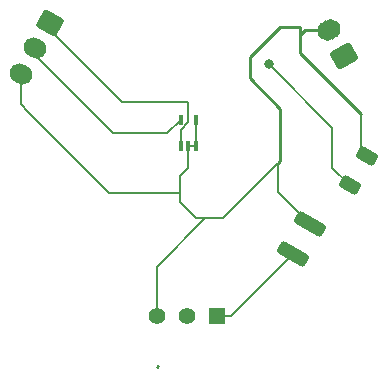
<source format=gbr>
%TF.GenerationSoftware,KiCad,Pcbnew,(6.0.8-1)-1*%
%TF.CreationDate,2022-11-30T21:43:59-05:00*%
%TF.ProjectId,Untitled,556e7469-746c-4656-942e-6b696361645f,rev?*%
%TF.SameCoordinates,Original*%
%TF.FileFunction,Copper,L2,Bot*%
%TF.FilePolarity,Positive*%
%FSLAX46Y46*%
G04 Gerber Fmt 4.6, Leading zero omitted, Abs format (unit mm)*
G04 Created by KiCad (PCBNEW (6.0.8-1)-1) date 2022-11-30 21:43:59*
%MOMM*%
%LPD*%
G01*
G04 APERTURE LIST*
G04 Aperture macros list*
%AMRoundRect*
0 Rectangle with rounded corners*
0 $1 Rounding radius*
0 $2 $3 $4 $5 $6 $7 $8 $9 X,Y pos of 4 corners*
0 Add a 4 corners polygon primitive as box body*
4,1,4,$2,$3,$4,$5,$6,$7,$8,$9,$2,$3,0*
0 Add four circle primitives for the rounded corners*
1,1,$1+$1,$2,$3*
1,1,$1+$1,$4,$5*
1,1,$1+$1,$6,$7*
1,1,$1+$1,$8,$9*
0 Add four rect primitives between the rounded corners*
20,1,$1+$1,$2,$3,$4,$5,0*
20,1,$1+$1,$4,$5,$6,$7,0*
20,1,$1+$1,$6,$7,$8,$9,0*
20,1,$1+$1,$8,$9,$2,$3,0*%
%AMHorizOval*
0 Thick line with rounded ends*
0 $1 width*
0 $2 $3 position (X,Y) of the first rounded end (center of the circle)*
0 $4 $5 position (X,Y) of the second rounded end (center of the circle)*
0 Add line between two ends*
20,1,$1,$2,$3,$4,$5,0*
0 Add two circle primitives to create the rounded ends*
1,1,$1,$2,$3*
1,1,$1,$4,$5*%
G04 Aperture macros list end*
%TA.AperFunction,SMDPad,CuDef*%
%ADD10RoundRect,0.087500X0.087500X0.337500X-0.087500X0.337500X-0.087500X-0.337500X0.087500X-0.337500X0*%
%TD*%
%TA.AperFunction,ComponentPad*%
%ADD11RoundRect,0.250000X-0.327868X0.882115X-0.927868X-0.157115X0.327868X-0.882115X0.927868X0.157115X0*%
%TD*%
%TA.AperFunction,ComponentPad*%
%ADD12HorizOval,1.700000X-0.108253X0.062500X0.108253X-0.062500X0*%
%TD*%
%TA.AperFunction,ComponentPad*%
%ADD13R,1.397000X1.397000*%
%TD*%
%TA.AperFunction,ComponentPad*%
%ADD14C,1.397000*%
%TD*%
%TA.AperFunction,SMDPad,CuDef*%
%ADD15RoundRect,0.250000X-0.385016X0.583133X-0.697516X0.041867X0.385016X-0.583133X0.697516X-0.041867X0*%
%TD*%
%TA.AperFunction,SMDPad,CuDef*%
%ADD16RoundRect,0.250000X-0.790128X0.831458X-1.115128X0.268542X0.790128X-0.831458X1.115128X-0.268542X0*%
%TD*%
%TA.AperFunction,ComponentPad*%
%ADD17RoundRect,0.250000X0.949519X-0.144615X0.349519X0.894615X-0.949519X0.144615X-0.349519X-0.894615X0*%
%TD*%
%TA.AperFunction,ComponentPad*%
%ADD18HorizOval,1.700000X0.129904X0.075000X-0.129904X-0.075000X0*%
%TD*%
%TA.AperFunction,ViaPad*%
%ADD19C,0.800000*%
%TD*%
%TA.AperFunction,Conductor*%
%ADD20C,0.200000*%
%TD*%
%TA.AperFunction,Conductor*%
%ADD21C,0.250000*%
%TD*%
G04 APERTURE END LIST*
D10*
%TO.P,REF\u002A\u002A,1*%
%TO.N,N/C*%
X104450000Y-59100000D03*
%TO.P,REF\u002A\u002A,2*%
X103800000Y-59100000D03*
%TO.P,REF\u002A\u002A,3*%
X103150000Y-59100000D03*
%TO.P,REF\u002A\u002A,4*%
X103150000Y-56900000D03*
%TO.P,REF\u002A\u002A,5*%
X104450000Y-56900000D03*
%TD*%
D11*
%TO.P,REF\u002A\u002A,1*%
%TO.N,N/C*%
X92095337Y-48672437D03*
D12*
%TO.P,REF\u002A\u002A,2*%
X90845337Y-50837501D03*
%TO.P,REF\u002A\u002A,3*%
X89595337Y-53002564D03*
%TD*%
D13*
%TO.P,REF\u002A\u002A,1*%
%TO.N,N/C*%
X106187500Y-73550100D03*
D14*
%TO.P,REF\u002A\u002A,2*%
X103647500Y-73550100D03*
%TO.P,REF\u002A\u002A,3*%
X101107500Y-73550100D03*
%TD*%
D15*
%TO.P,REF\u002A\u002A,1*%
%TO.N,N/C*%
X118931250Y-59933438D03*
%TO.P,REF\u002A\u002A,2*%
X117468750Y-62466562D03*
%TD*%
D16*
%TO.P,REF\u002A\u002A,1*%
%TO.N,N/C*%
X114137500Y-65722613D03*
%TO.P,REF\u002A\u002A,2*%
X112662500Y-68277387D03*
%TD*%
D17*
%TO.P,REF\u002A\u002A,1*%
%TO.N,N/C*%
X117000000Y-51500000D03*
D18*
%TO.P,REF\u002A\u002A,2*%
X115750000Y-49334936D03*
%TD*%
D19*
%TO.N,*%
X110600000Y-52200000D03*
%TD*%
D20*
%TO.N,*%
X111400000Y-62985113D02*
X114137500Y-65722613D01*
X106740000Y-65220000D02*
X106020000Y-65220000D01*
D21*
X113254968Y-49754968D02*
X113675000Y-49334936D01*
D20*
X103800000Y-61000000D02*
X103800000Y-59100000D01*
D21*
X109000000Y-53400000D02*
X109000000Y-51600000D01*
D20*
X109580000Y-62380000D02*
X108680000Y-63280000D01*
X90842468Y-51457532D02*
X90842468Y-50840370D01*
X103110000Y-61690000D02*
X103800000Y-61000000D01*
X97110000Y-63110000D02*
X94700000Y-60700000D01*
X103150000Y-57750000D02*
X103150000Y-59100000D01*
X101992468Y-58057532D02*
X97442468Y-58057532D01*
X103110000Y-63110000D02*
X103110000Y-61690000D01*
X118455000Y-59457188D02*
X118455000Y-56445000D01*
X108680000Y-63280000D02*
X106740000Y-65220000D01*
X109620000Y-62380000D02*
X109580000Y-62380000D01*
X103150000Y-56900000D02*
X101992468Y-58057532D01*
X90842468Y-50840370D02*
X90845337Y-50837501D01*
D21*
X111600000Y-56000000D02*
X109000000Y-53400000D01*
D20*
X97442468Y-58057532D02*
X90842468Y-51457532D01*
X104420000Y-65220000D02*
X103110000Y-63910000D01*
X106020000Y-65220000D02*
X105220000Y-65220000D01*
X98200000Y-55400000D02*
X103800000Y-55400000D01*
X111400000Y-60600000D02*
X111400000Y-62985113D01*
X95000000Y-61000000D02*
X94700000Y-60700000D01*
X104450000Y-59100000D02*
X104450000Y-56900000D01*
D21*
X113254968Y-49754968D02*
X113254968Y-51244968D01*
X101200000Y-77732500D02*
X101132500Y-77800000D01*
D20*
X103110000Y-63110000D02*
X97110000Y-63110000D01*
D21*
X113254968Y-51244968D02*
X118455000Y-56445000D01*
D20*
X92095337Y-49295337D02*
X98200000Y-55400000D01*
X107389786Y-73550100D02*
X108869943Y-72069943D01*
D21*
X109000000Y-51600000D02*
X111545032Y-49054968D01*
D20*
X94700000Y-60700000D02*
X90250000Y-56250000D01*
X116000000Y-60997812D02*
X117468750Y-62466562D01*
X103800000Y-59100000D02*
X104450000Y-59100000D01*
X103800000Y-55400000D02*
X103800000Y-57100000D01*
X90250000Y-56250000D02*
X89595337Y-55595337D01*
X103800000Y-57100000D02*
X103150000Y-57750000D01*
X108869943Y-72069943D02*
X112662500Y-68277387D01*
X105220000Y-65220000D02*
X104420000Y-65220000D01*
D21*
X113254968Y-49054968D02*
X113254968Y-49754968D01*
D20*
X106187500Y-73550100D02*
X107389786Y-73550100D01*
D21*
X111400000Y-60600000D02*
X111600000Y-60400000D01*
D20*
X92095337Y-48672437D02*
X92095337Y-49295337D01*
X89595337Y-55595337D02*
X89595337Y-53002564D01*
X116000000Y-57600000D02*
X116000000Y-60997812D01*
X118931250Y-59933438D02*
X118455000Y-59457188D01*
X110600000Y-52200000D02*
X116000000Y-57600000D01*
D21*
X113675000Y-49334936D02*
X115750000Y-49334936D01*
X111600000Y-60400000D02*
X111600000Y-56000000D01*
D20*
X111400000Y-60600000D02*
X109620000Y-62380000D01*
X109470000Y-62490000D02*
X109580000Y-62380000D01*
X101107500Y-69332500D02*
X105220000Y-65220000D01*
X103110000Y-63910000D02*
X103110000Y-63110000D01*
D21*
X111545032Y-49054968D02*
X113254968Y-49054968D01*
D20*
X101107500Y-69332500D02*
X101107500Y-73550100D01*
%TD*%
M02*

</source>
